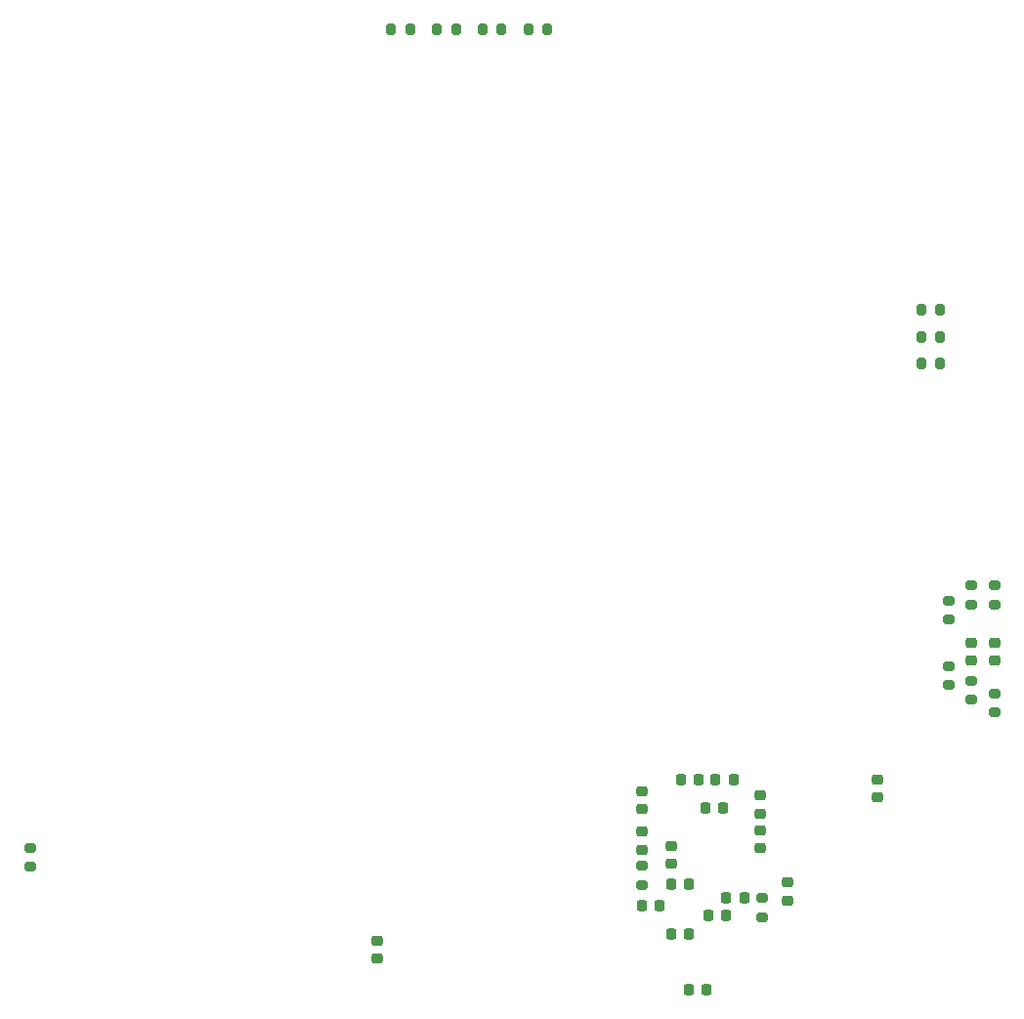
<source format=gbp>
G04 #@! TF.GenerationSoftware,KiCad,Pcbnew,9.0.7*
G04 #@! TF.CreationDate,2026-02-02T16:02:05+11:00*
G04 #@! TF.ProjectId,FlashCartProgrammer,466c6173-6843-4617-9274-50726f677261,rev?*
G04 #@! TF.SameCoordinates,Original*
G04 #@! TF.FileFunction,Paste,Bot*
G04 #@! TF.FilePolarity,Positive*
%FSLAX46Y46*%
G04 Gerber Fmt 4.6, Leading zero omitted, Abs format (unit mm)*
G04 Created by KiCad (PCBNEW 9.0.7) date 2026-02-02 16:02:05*
%MOMM*%
%LPD*%
G01*
G04 APERTURE LIST*
G04 Aperture macros list*
%AMRoundRect*
0 Rectangle with rounded corners*
0 $1 Rounding radius*
0 $2 $3 $4 $5 $6 $7 $8 $9 X,Y pos of 4 corners*
0 Add a 4 corners polygon primitive as box body*
4,1,4,$2,$3,$4,$5,$6,$7,$8,$9,$2,$3,0*
0 Add four circle primitives for the rounded corners*
1,1,$1+$1,$2,$3*
1,1,$1+$1,$4,$5*
1,1,$1+$1,$6,$7*
1,1,$1+$1,$8,$9*
0 Add four rect primitives between the rounded corners*
20,1,$1+$1,$2,$3,$4,$5,0*
20,1,$1+$1,$4,$5,$6,$7,0*
20,1,$1+$1,$6,$7,$8,$9,0*
20,1,$1+$1,$8,$9,$2,$3,0*%
G04 Aperture macros list end*
%ADD10RoundRect,0.225000X0.250000X-0.225000X0.250000X0.225000X-0.250000X0.225000X-0.250000X-0.225000X0*%
%ADD11RoundRect,0.225000X-0.250000X0.225000X-0.250000X-0.225000X0.250000X-0.225000X0.250000X0.225000X0*%
%ADD12RoundRect,0.200000X0.200000X0.275000X-0.200000X0.275000X-0.200000X-0.275000X0.200000X-0.275000X0*%
%ADD13RoundRect,0.200000X0.275000X-0.200000X0.275000X0.200000X-0.275000X0.200000X-0.275000X-0.200000X0*%
%ADD14RoundRect,0.225000X-0.225000X-0.250000X0.225000X-0.250000X0.225000X0.250000X-0.225000X0.250000X0*%
%ADD15RoundRect,0.200000X-0.275000X0.200000X-0.275000X-0.200000X0.275000X-0.200000X0.275000X0.200000X0*%
%ADD16RoundRect,0.225000X0.225000X0.250000X-0.225000X0.250000X-0.225000X-0.250000X0.225000X-0.250000X0*%
G04 APERTURE END LIST*
D10*
X171090035Y-136639863D03*
X171090035Y-135089863D03*
D11*
X168740035Y-127539863D03*
X168740035Y-129089863D03*
D12*
X142350000Y-61160000D03*
X140700000Y-61160000D03*
D11*
X158440035Y-127139863D03*
X158440035Y-128689863D03*
D13*
X189013412Y-110990000D03*
X189013412Y-109340000D03*
D14*
X165790035Y-136439863D03*
X167340035Y-136439863D03*
D15*
X187010000Y-117590000D03*
X187010000Y-119240000D03*
D16*
X163415035Y-126139863D03*
X161865035Y-126139863D03*
D12*
X138390000Y-61160000D03*
X136740000Y-61160000D03*
D15*
X185010000Y-116340000D03*
X185010000Y-117990000D03*
D12*
X184320000Y-90060000D03*
X182670000Y-90060000D03*
D15*
X189013412Y-118690000D03*
X189013412Y-120340000D03*
D12*
X184320000Y-87770000D03*
X182670000Y-87770000D03*
D14*
X162541035Y-144327363D03*
X164091035Y-144327363D03*
D16*
X165490035Y-128589863D03*
X163940035Y-128589863D03*
D11*
X168740035Y-130539863D03*
X168740035Y-132089863D03*
D16*
X159990035Y-137064863D03*
X158440035Y-137064863D03*
D14*
X160990035Y-139577363D03*
X162540035Y-139577363D03*
D16*
X165790035Y-137939863D03*
X164240035Y-137939863D03*
D10*
X160990035Y-133439863D03*
X160990035Y-131889863D03*
D11*
X135500000Y-140110000D03*
X135500000Y-141660000D03*
D13*
X158440035Y-135289863D03*
X158440035Y-133639863D03*
D15*
X168840035Y-136439863D03*
X168840035Y-138089863D03*
D14*
X164840035Y-126139863D03*
X166390035Y-126139863D03*
D10*
X187010000Y-115840000D03*
X187010000Y-114290000D03*
X189010000Y-115840000D03*
X189010000Y-114290000D03*
X158440035Y-132239863D03*
X158440035Y-130689863D03*
D13*
X105429800Y-133706400D03*
X105429800Y-132056400D03*
D12*
X184320000Y-85480000D03*
X182670000Y-85480000D03*
X146310000Y-61160000D03*
X144660000Y-61160000D03*
D13*
X185010000Y-112315000D03*
X185010000Y-110665000D03*
X187010000Y-110990000D03*
X187010000Y-109340000D03*
D14*
X160990035Y-135189863D03*
X162540035Y-135189863D03*
D10*
X178891035Y-127689863D03*
X178891035Y-126139863D03*
D12*
X150270000Y-61160000D03*
X148620000Y-61160000D03*
M02*

</source>
